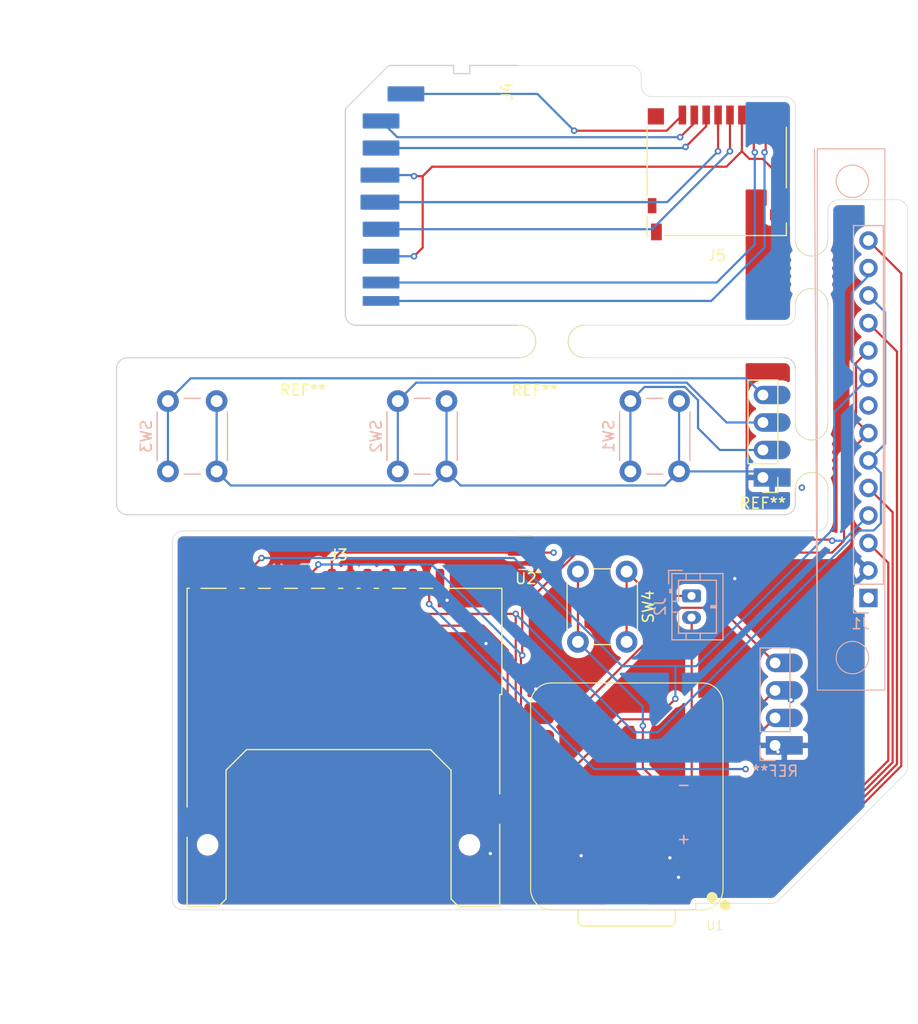
<source format=kicad_pcb>
(kicad_pcb (version 20241229) (generator "pcbnew") (generator_version "9.0")
  (layers (0 "F.Cu" signal) (2 "B.Cu" signal) (13 "F.Paste" user) (15 "B.Paste" user) (5 "F.SilkS" user "F.Silkscreen") (7 "B.SilkS" user "B.Silkscreen") (1 "F.Mask" user) (3 "B.Mask" user) (25 "Edge.Cuts" user))
  (net 0 "")
  (net 1 "Net-(J2-Pin_2)")
  (net 2 "Net-(J2-Pin_1)")
  (net 3 "MOSI")
  (net 4 "+3V3")
  (net 6 "SD CS")
  (net 7 "GND")
  (net 9 "MISO")
  (net 10 "b1")
  (net 11 "b2")
  (net 12 "b3")
  (net 13 "Net-(SW4-B)")
  (net 15 "TOUCH_CS")
  (net 16 "LCD_CS")
  (net 22 "TOUCH_PEN")
  (net 26 "LCD_DS")
  (net 27 "LCD_RES")
  (net 28 "Net-(J1-CLK)")
  (net 31 "Net-(J4-DAT0)")
  (net 32 "Net-(J5-SHIELD)")
  (net 33 "Net-(J4-CMD)")
  (net 34 "Net-(J4-VDD)")
  (net 35 "Net-(J4-CLK)")
  (net 36 "Net-(J4-CD{slash}DAT3)")
  (net 37 "Net-(J4-DAT2)")
  (net 38 "Net-(J4-DAT1)")
  (footprint "Panelization:mouse-bite-3mm-slot" (layer "F.Cu") (at 119.1 82.1 90)
    (property "Reference" "mouse-bite-3mm-slot" (hide yes))
    (property "Value" "VAL**" (hide yes))
    (pad "" np_thru_hole circle (at -1.512 -1.5 90) (size 0.5 0.5) (drill 0.5) (layers "*.Cu" "*.Mask"))
    (pad "" np_thru_hole circle (at -1.512 1.5 90) (size 0.5 0.5) (drill 0.5) (layers "*.Cu" "*.Mask"))
    (pad "" np_thru_hole circle (at -0.762 1.5 90) (size 0.5 0.5) (drill 0.5) (layers "*.Cu" "*.Mask"))
    (pad "" np_thru_hole circle (at -0.75 -1.5 90) (size 0.5 0.5) (drill 0.5) (layers "*.Cu" "*.Mask"))
    (pad "" np_thru_hole circle (at 0 -1.5 90) (size 0.5 0.5) (drill 0.5) (layers "*.Cu" "*.Mask"))
    (pad "" np_thru_hole circle (at 0 1.5 90) (size 0.5 0.5) (drill 0.5) (layers "*.Cu" "*.Mask"))
    (pad "" np_thru_hole circle (at 0.75 -1.5 90) (size 0.5 0.5) (drill 0.5) (layers "*.Cu" "*.Mask"))
    (pad "" np_thru_hole circle (at 0.75 1.5 90) (size 0.5 0.5) (drill 0.5) (layers "*.Cu" "*.Mask"))
    (pad "" np_thru_hole circle (at 1.524 -1.5 90) (size 0.5 0.5) (drill 0.5) (layers "*.Cu" "*.Mask"))
    (pad "" np_thru_hole circle (at 1.524 1.5 90) (size 0.5 0.5) (drill 0.5) (layers "*.Cu" "*.Mask"))
  )
  (footprint "Connector_Card:SD_Card_Device_16mm_SlotDepth" (layer "F.Cu") (at 91.999999 75 90)
    (property "Reference" "J4" (at 9.6 -1.05 90) (layer "F.SilkS"))
    (property "Value" "SD_Card_Device")
    (fp_line (start -11 -16) (end 7.792893 -16) (stroke (width 0.12)) (layer "Edge.Cuts"))
    (fp_line (start 8.146447 -15.853553) (end 11.853554 -12.146446) (stroke (width 0.12)) (layer "Edge.Cuts"))
    (fp_line (start 12 -11.792893) (end 12 -6) (stroke (width 0.12)) (layer "Edge.Cuts"))
    (fp_line (start 12 -6) (end 11.25 -6) (stroke (width 0.12)) (layer "Edge.Cuts"))
    (fp_line (start 11.25 -6) (end 11.25 -4.5) (stroke (width 0.12)) (layer "Edge.Cuts"))
    (fp_line (start 12 -4.5) (end 12 -0.05) (stroke (width 0.12)) (layer "Edge.Cuts"))
    (fp_line (start 11.25 -4.5) (end 12 -4.5) (stroke (width 0.12)) (layer "Edge.Cuts"))
    (fp_line (start -12 -0.05) (end -12 -15) (stroke (width 0.12)) (layer "Edge.Cuts"))
    (fp_arc (start 7.792893 -16) (mid 7.984235 -15.96194) (end 8.146447 -15.853553) (stroke (width 0.12)) (layer "Edge.Cuts"))
    (fp_arc (start -12 -15) (mid -11.707107 -15.707107) (end -11 -16) (stroke (width 0.12)) (layer "Edge.Cuts"))
    (fp_arc (start 11.853554 -12.146446) (mid 11.96194 -11.984234) (end 12 -11.792893) (stroke (width 0.12)) (layer "Edge.Cuts"))
    (pad "1" connect roundrect (at 6.875 -12.7 90) (size 1.4 3.4) (layers "B.Cu" "B.Mask") (roundrect_rratio 0.07142857143) (net 36 "Net-(J4-CD{slash}DAT3)") (clearance 0.05))
    (pad "2" connect roundrect (at 4.375 -12.7 90) (size 1.4 3.4) (layers "B.Cu" "B.Mask") (roundrect_rratio 0.07142857143) (net 33 "Net-(J4-CMD)") (clearance 0.05))
    (pad "3" connect roundrect (at 1.875 -12.8 90) (size 1.4 3.6) (layers "B.Cu" "B.Mask") (roundrect_rratio 0.07142857143) (net 32 "Net-(J5-SHIELD)") (clearance 0.05))
    (pad "4" connect roundrect (at -0.625 -12.8 90) (size 1.4 3.6) (layers "B.Cu" "B.Mask") (roundrect_rratio 0.07142857143) (net 34 "Net-(J4-VDD)") (clearance 0.05))
    (pad "5" connect roundrect (at -3.125 -12.7 90) (size 1.4 3.4) (layers "B.Cu" "B.Mask") (roundrect_rratio 0.07142857143) (net 35 "Net-(J4-CLK)") (clearance 0.05))
    (pad "6" connect roundrect (at -5.625001 -12.7 90) (size 1.4 3.4) (layers "B.Cu" "B.Mask") (roundrect_rratio 0.07142857143) (net 32 "Net-(J5-SHIELD)") (clearance 0.05))
    (pad "7" connect roundrect (at -8.05 -12.700001 90) (size 1.1 3.4) (layers "B.Cu" "B.Mask") (roundrect_rratio 0.07142857143) (net 31 "Net-(J4-DAT0)") (clearance 0.05))
    (pad "8" connect roundrect (at -9.75 -12.7 90) (size 0.9 3.4) (layers "B.Cu" "B.Mask") (roundrect_rratio 0.07142857143) (net 38 "Net-(J4-DAT1)") (clearance 0.05))
    (pad "9" connect roundrect (at 9.375001 -10.4 90) (size 1.4 3.4) (layers "B.Cu" "B.Mask") (roundrect_rratio 0.07142857143) (net 37 "Net-(J4-DAT2)") (clearance 0.05))
  )
  (footprint "Connector_PinHeader_2.54mm:PinHeader_1x04_P2.54mm_Vertical" (layer "F.Cu") (at 114.599999 101.059999 180)
    (property "Reference" "REF**" (at 0 -2.38 0) (layer "F.SilkS"))
    (property "Value" "PinHeader_1x04_P2.54mm_Vertical")
    (pad "1" thru_hole rect (at 0 0 180) (size 3.4 1.7) (drill 1 (offset -0.85 0)) (layers "*.Cu" "*.Mask") (net 7 "GND"))
    (pad "2" thru_hole roundrect (at 0 2.54 180) (size 3.4 1.7) (drill 1 (offset -0.85 0)) (layers "*.Cu" "*.Mask") (roundrect_rratio 0.5) (net 10 "b1"))
    (pad "3" thru_hole roundrect (at 0 5.079999 180) (size 3.4 1.7) (drill 1 (offset -0.85 0)) (layers "*.Cu" "*.Mask") (roundrect_rratio 0.5) (net 11 "b2"))
    (pad "4" thru_hole roundrect (at 0 7.62 180) (size 3.4 1.7) (drill 1 (offset -0.85 0)) (layers "*.Cu" "*.Mask") (roundrect_rratio 0.5) (net 12 "b3"))
  )
  (footprint "Connector_Card:microSD_HC_Hirose_DM3D-SF" (layer "F.Cu") (at 110.33 72.924999 180)
    (property "Reference" "J5" (at -0.025 -7.625 0) (layer "F.SilkS"))
    (property "Value" "Micro_SD_Card")
    (pad "1" smd rect (at 3.175 5.35 180) (size 0.7 1.75) (layers "F.Cu" "F.Mask" "F.Paste") (net 37 "Net-(J4-DAT2)"))
    (pad "2" smd rect (at 2.075 5.35 180) (size 0.7 1.75) (layers "F.Cu" "F.Mask" "F.Paste") (net 36 "Net-(J4-CD{slash}DAT3)"))
    (pad "3" smd rect (at 0.975 5.35 180) (size 0.7 1.75) (layers "F.Cu" "F.Mask" "F.Paste") (net 33 "Net-(J4-CMD)"))
    (pad "4" smd rect (at -0.125 5.35 180) (size 0.7 1.75) (layers "F.Cu" "F.Mask" "F.Paste") (net 34 "Net-(J4-VDD)"))
    (pad "5" smd rect (at -1.225 5.35 180) (size 0.7 1.75) (layers "F.Cu" "F.Mask" "F.Paste") (net 35 "Net-(J4-CLK)"))
    (pad "6" smd rect (at -2.325 5.35 180) (size 0.7 1.75) (layers "F.Cu" "F.Mask" "F.Paste") (net 32 "Net-(J5-SHIELD)"))
    (pad "7" smd rect (at -3.425 5.35 180) (size 0.7 1.75) (layers "F.Cu" "F.Mask" "F.Paste") (net 31 "Net-(J4-DAT0)"))
    (pad "8" smd rect (at -4.525 5.35 180) (size 0.7 1.75) (layers "F.Cu" "F.Mask" "F.Paste") (net 38 "Net-(J4-DAT1)"))
    (pad "9" smd rect (at -5.65 -3.875 180) (size 1.45 1) (layers "F.Cu" "F.Mask" "F.Paste") (net 32 "Net-(J5-SHIELD)"))
    (pad "10" smd rect (at 5.575 -5.45 180) (size 1 1.55) (layers "F.Cu" "F.Mask" "F.Paste"))
    (pad "11" smd rect (at -5.975 -2.375001 180) (size 0.8 1.5) (layers "F.Cu" "F.Mask" "F.Paste"))
    (pad "11" smd rect (at -5.725 5.225 180) (size 1.3 1.5) (layers "F.Cu" "F.Mask" "F.Paste"))
    (pad "11" smd rect (at 5.625001 5.225 180) (size 1.5 1.5) (layers "F.Cu" "F.Mask" "F.Paste"))
    (pad "11" smd rect (at 5.975 -3.025 180) (size 0.8 1.4) (layers "F.Cu" "F.Mask" "F.Paste"))
    (zone (net 0) (net_name "") (layer "F.Cu") (connect_pads (clearance 0)) (min_thickness 0.254)
      (keepout (tracks not_allowed) (vias not_allowed) (pads not_allowed) (copperpour not_allowed) (footprints not_allowed))
      (fill (thermal_gap 0.508) (thermal_bridge_width 0.508))
      (polygon (pts (xy 112.305 76.799999) (xy 109.805 76.799999) (xy 109.805 78.649999) (xy 112.305 78.649999)))
    )
    (zone (net 0) (net_name "") (layer "F.Cu") (connect_pads (clearance 0)) (min_thickness 0.254)
      (keepout (tracks not_allowed) (vias not_allowed) (pads not_allowed) (copperpour not_allowed) (footprints not_allowed))
      (fill (thermal_gap 0.508) (thermal_bridge_width 0.508))
      (polygon (pts (xy 115.255 74.449999) (xy 106.755 74.449999) (xy 106.755 72.449999) (xy 115.255 72.449999)))
    )
  )
  (footprint "Connector_Card:SD_Kyocera_145638009511859+" (layer "F.Cu") (at 75.37 123)
    (property "Reference" "J3" (at 0 -14.78 180) (layer "F.SilkS"))
    (property "Value" "SD_Card_Receptacle")
    (pad "" np_thru_hole circle (at -12.1 12 180) (size 1.5 1.5) (drill 1.5) (layers "*.Cu" "*.Mask"))
    (pad "" np_thru_hole circle (at 12.1 12 180) (size 1.5 1.5) (drill 1.5) (layers "*.Cu" "*.Mask"))
    (pad "1" smd roundrect (at 6.88 -12.5) (size 0.8 2) (layers "F.Cu" "F.Mask" "F.Paste") (roundrect_rratio 0.313) (net 6 "SD CS"))
    (pad "2" smd roundrect (at 4.38 -12.5) (size 0.8 2) (layers "F.Cu" "F.Mask" "F.Paste") (roundrect_rratio 0.313) (net 3 "MOSI"))
    (pad "3" smd roundrect (at 1.08 -12.5) (size 0.8 2) (layers "F.Cu" "F.Mask" "F.Paste") (roundrect_rratio 0.313) (net 7 "GND"))
    (pad "4" smd roundrect (at -0.62 -12.5) (size 0.8 2) (layers "F.Cu" "F.Mask" "F.Paste") (roundrect_rratio 0.313) (net 4 "+3V3"))
    (pad "5" smd roundrect (at -3.12 -12.5) (size 0.8 2) (layers "F.Cu" "F.Mask" "F.Paste") (roundrect_rratio 0.313) (net 28 "Net-(J1-CLK)"))
    (pad "6" smd roundrect (at -5.62 -12.5) (size 0.8 2) (layers "F.Cu" "F.Mask" "F.Paste") (roundrect_rratio 0.313) (net 7 "GND"))
    (pad "7" smd roundrect (at -8.05 -12.5) (size 0.8 2) (layers "F.Cu" "F.Mask" "F.Paste") (roundrect_rratio 0.313) (net 9 "MISO"))
    (pad "8" smd roundrect (at -9.75 -12.5) (size 0.8 2) (layers "F.Cu" "F.Mask" "F.Paste") (roundrect_rratio 0.313))
    (pad "9" smd roundrect (at 9.38 -12.5) (size 0.8 2) (layers "F.Cu" "F.Mask" "F.Paste") (roundrect_rratio 0.313))
    (pad "10" smd roundrect (at 2.68 -12.5) (size 0.8 2) (layers "F.Cu" "F.Mask" "F.Paste") (roundrect_rratio 0.313))
    (pad "11" smd roundrect (at -13.24 -12.5) (size 0.7 2) (layers "F.Cu" "F.Mask" "F.Paste") (roundrect_rratio 0.357))
    (pad "12" smd roundrect (at 14.1 8.7) (size 1.8 2.4) (layers "F.Cu" "F.Mask" "F.Paste") (roundrect_rratio 0.139) (net 7 "GND"))
    (pad "13" smd roundrect (at -13.25 9.9) (size 1.7 2.4) (layers "F.Cu" "F.Mask" "F.Paste") (roundrect_rratio 0.147) (net 7 "GND"))
  )
  (footprint "MountingHole:MountingHole_2.5mm" (layer "F.Cu") (at 93.5 96.5)
    (property "Reference" "REF**" (at 0 -3.5 0) (layer "F.SilkS"))
    (property "Value" "MountingHole_2.5mm")
    (pad "" np_thru_hole circle (at 0 0) (size 2.5 2.5) (drill 2.5) (layers "*.Cu" "*.Mask"))
  )
  (footprint "Button_Switch_THT:SW_PUSH_6mm_H13mm" (layer "F.Cu") (at 102 109.75 -90)
    (property "Reference" "SW4" (at 3.25 -2.000001 90) (layer "F.SilkS"))
    (property "Value" "SW_SPST")
    (pad "1" thru_hole circle (at 0 0) (size 2 2) (drill 1.1) (layers "*.Cu" "*.Mask") (net 2 "Net-(J2-Pin_1)"))
    (pad "1" thru_hole circle (at 6.5 0) (size 2 2) (drill 1.1) (layers "*.Cu" "*.Mask") (net 2 "Net-(J2-Pin_1)"))
    (pad "2" thru_hole circle (at 0 4.500001) (size 2 2) (drill 1.1) (layers "*.Cu" "*.Mask") (net 13 "Net-(SW4-B)"))
    (pad "2" thru_hole circle (at 6.500001 4.5) (size 2 2) (drill 1.1) (layers "*.Cu" "*.Mask") (net 13 "Net-(SW4-B)"))
  )
  (footprint "Panelization:mouse-bite-3mm-slot" (layer "F.Cu") (at 95.1 88.5 180)
    (property "Reference" "mouse-bite-3mm-slot" (hide yes))
    (property "Value" "VAL**" (hide yes))
    (pad "" np_thru_hole circle (at -1.512 -1.5 180) (size 0.5 0.5) (drill 0.5) (layers "*.Cu" "*.Mask"))
    (pad "" np_thru_hole circle (at -1.512 1.5 180) (size 0.5 0.5) (drill 0.5) (layers "*.Cu" "*.Mask"))
    (pad "" np_thru_hole circle (at -0.762 1.5 180) (size 0.5 0.5) (drill 0.5) (layers "*.Cu" "*.Mask"))
    (pad "" np_thru_hole circle (at -0.75 -1.5 180) (size 0.5 0.5) (drill 0.5) (layers "*.Cu" "*.Mask"))
    (pad "" np_thru_hole circle (at 0 -1.5 180) (size 0.5 0.5) (drill 0.5) (layers "*.Cu" "*.Mask"))
    (pad "" np_thru_hole circle (at 0 1.5 180) (size 0.5 0.5) (drill 0.5) (layers "*.Cu" "*.Mask"))
    (pad "" np_thru_hole circle (at 0.75 -1.5 180) (size 0.5 0.5) (drill 0.5) (layers "*.Cu" "*.Mask"))
    (pad "" np_thru_hole circle (at 0.75 1.5 180) (size 0.5 0.5) (drill 0.5) (layers "*.Cu" "*.Mask"))
    (pad "" np_thru_hole circle (at 1.524 -1.5 180) (size 0.5 0.5) (drill 0.5) (layers "*.Cu" "*.Mask"))
    (pad "" np_thru_hole circle (at 1.524 1.5 180) (size 0.5 0.5) (drill 0.5) (layers "*.Cu" "*.Mask"))
  )
  (footprint "Panelization:mouse-bite-3mm-slot" (layer "F.Cu") (at 119.1 99.100999 90)
    (property "Reference" "mouse-bite-3mm-slot" (hide yes))
    (property "Value" "VAL**" (hide yes))
    (pad "" np_thru_hole circle (at -1.512 -1.5 90) (size 0.5 0.5) (drill 0.5) (layers "*.Cu" "*.Mask"))
    (pad "" np_thru_hole circle (at -1.512 1.5 90) (size 0.5 0.5) (drill 0.5) (layers "*.Cu" "*.Mask"))
    (pad "" np_thru_hole circle (at -0.762 1.5 90) (size 0.5 0.5) (drill 0.5) (layers "*.Cu" "*.Mask"))
    (pad "" np_thru_hole circle (at -0.75 -1.5 90) (size 0.5 0.5) (drill 0.5) (layers "*.Cu" "*.Mask"))
    (pad "" np_thru_hole circle (at 0 -1.5 90) (size 0.5 0.5) (drill 0.5) (layers "*.Cu" "*.Mask"))
    (pad "" np_thru_hole circle (at 0 1.5 90) (size 0.5 0.5) (drill 0.5) (layers "*.Cu" "*.Mask"))
    (pad "" np_thru_hole circle (at 0.75 -1.5 90) (size 0.5 0.5) (drill 0.5) (layers "*.Cu" "*.Mask"))
    (pad "" np_thru_hole circle (at 0.75 1.5 90) (size 0.5 0.5) (drill 0.5) (layers "*.Cu" "*.Mask"))
    (pad "" np_thru_hole circle (at 1.524 -1.5 90) (size 0.5 0.5) (drill 0.5) (layers "*.Cu" "*.Mask"))
    (pad "" np_thru_hole circle (at 1.524 1.5 90) (size 0.5 0.5) (drill 0.5) (layers "*.Cu" "*.Mask"))
  )
  (footprint "MountingHole:MountingHole_2.5mm" (layer "F.Cu") (at 72.1 96.5)
    (property "Reference" "REF**" (at 0 -3.5 0) (layer "F.SilkS"))
    (property "Value" "MountingHole_2.5mm")
    (pad "" np_thru_hole circle (at 0 0) (size 2.5 2.5) (drill 2.5) (layers "*.Cu" "*.Mask"))
  )
  (footprint "Package_TO_SOT_SMD:SOT-23" (layer "F.Cu") (at 92.687501 108 180)
    (property "Reference" "U2" (at 0 -2.4 0) (layer "F.SilkS"))
    (property "Value" "LM809")
    (pad "1" smd roundrect (at -0.9375 -0.95 180) (size 1.475 0.6) (layers "F.Cu" "F.Mask" "F.Paste") (net 7 "GND"))
    (pad "2" smd roundrect (at -0.9375 0.95 180) (size 1.475 0.6) (layers "F.Cu" "F.Mask" "F.Paste") (net 27 "LCD_RES"))
    (pad "3" smd roundrect (at 0.937501 0 180) (size 1.475 0.6) (layers "F.Cu" "F.Mask" "F.Paste") (net 4 "+3V3"))
  )
  (footprint "XAIO:XIAO-ESP32S3-SMD" (layer "F.Cu") (at 102.013637 141 180)
    (property "Reference" "U1" (at -9 -1.01 0) (layer "F.SilkS") (effects (font (size 0.78232 0.78232) (thickness 0.10668)) (justify right top)))
    (property "Value" "XIAO-ESP32-S3-SMD")
    (pad "1" smd roundrect (at -8.061364 2.917 180) (size 2.75 2) (layers "F.Cu" "F.Mask" "F.Paste") (net 22 "TOUCH_PEN"))
    (pad "2" smd roundrect (at -8.061364 5.457 180) (size 2.75 2) (layers "F.Cu" "F.Mask" "F.Paste") (net 15 "TOUCH_CS"))
    (pad "3" smd roundrect (at -8.061364 7.997 180) (size 2.75 2) (layers "F.Cu" "F.Mask" "F.Paste") (net 26 "LCD_DS"))
    (pad "4" smd roundrect (at -8.061364 10.537 180) (size 2.75 2) (layers "F.Cu" "F.Mask" "F.Paste") (net 16 "LCD_CS"))
    (pad "5" smd roundrect (at -8.061364 13.077 180) (size 2.75 2) (layers "F.Cu" "F.Mask" "F.Paste") (net 6 "SD CS"))
    (pad "6" smd roundrect (at -8.061364 15.617 180) (size 2.75 2) (layers "F.Cu" "F.Mask" "F.Paste") (net 10 "b1"))
    (pad "7" smd roundrect (at -8.061364 18.157 180) (size 2.75 2) (layers "F.Cu" "F.Mask" "F.Paste") (net 11 "b2"))
    (pad "8" smd roundrect (at 8.103636 18.157 180) (size 2.75 2) (layers "F.Cu" "F.Mask" "F.Paste") (net 12 "b3"))
    (pad "9" smd roundrect (at 8.103636 15.616999 180) (size 2.75 2) (layers "F.Cu" "F.Mask" "F.Paste") (net 28 "Net-(J1-CLK)"))
    (pad "10" smd roundrect (at 8.103636 13.077 180) (size 2.75 2) (layers "F.Cu" "F.Mask" "F.Paste") (net 9 "MISO"))
    (pad "11" smd roundrect (at 8.103636 10.537 180) (size 2.75 2) (layers "F.Cu" "F.Mask" "F.Paste") (net 3 "MOSI"))
    (pad "12" smd roundrect (at 8.103636 7.997 180) (size 2.75 2) (layers "F.Cu" "F.Mask" "F.Paste") (net 4 "+3V3"))
    (pad "13" smd roundrect (at 8.103636 5.457001 180) (size 2.75 2) (layers "F.Cu" "F.Mask" "F.Paste") (net 7 "GND"))
    (pad "14" smd roundrect (at 8.103636 2.917 180) (size 2.75 2) (layers "F.Cu" "F.Mask" "F.Paste"))
    (pad "15" smd roundrect (at -4.451364 10.155) (size 2.5 1.1) (layers "F.Cu" "F.Mask" "F.Paste") (net 13 "Net-(SW4-B)"))
    (pad "16" smd roundrect (at -4.451364 8.25) (size 2.5 1.1) (layers "F.Cu" "F.Mask" "F.Paste") (net 1 "Net-(J2-Pin_2)"))
    (pad "17" smd circle (at -1.276364 1.905 180) (size 1.7 1.7) (layers "F.Cu" "F.Mask" "F.Paste"))
    (pad "18" smd circle (at 1.263636 1.905 180) (size 1.7 1.7) (layers "F.Cu" "F.Mask" "F.Paste"))
    (pad "19" smd circle (at -1.276364 4.445 180) (size 1.7 1.7) (layers "F.Cu" "F.Mask" "F.Paste"))
    (pad "20" smd circle (at 1.263636 4.445 180) (size 1.7 1.7) (layers "F.Cu" "F.Mask" "F.Paste"))
    (pad "21" smd circle (at -1.276364 6.985 180) (size 1.7 1.7) (layers "F.Cu" "F.Mask" "F.Paste"))
    (pad "22" smd circle (at 1.263636 6.985 180) (size 1.7 1.7) (layers "F.Cu" "F.Mask" "F.Paste"))
    (pad "23" smd circle (at -1.276365 9.525 180) (size 1.7 1.7) (layers "F.Cu" "F.Mask" "F.Paste"))
    (pad "24" smd circle (at 1.263637 9.525 180) (size 1.7 1.7) (layers "F.Cu" "F.Mask" "F.Paste"))
  )
  (footprint "Button_Switch_THT:SW_PUSH_6mm" (layer "B.Cu") (at 102.349999 93.999999 -90)
    (property "Reference" "SW1" (at 3.25 2.000001 90) (layer "B.SilkS") (effects (justify mirror)))
    (property "Value" "SW_Push")
    (pad "1" thru_hole circle (at 0 0 180) (size 2 2) (drill 1.1) (layers "*.Cu" "*.Mask") (net 10 "b1"))
    (pad "1" thru_hole circle (at 6.5 0 180) (size 2 2) (drill 1.1) (layers "*.Cu" "*.Mask") (net 10 "b1"))
    (pad "2" thru_hole circle (at 0 -4.500001 180) (size 2 2) (drill 1.1) (layers "*.Cu" "*.Mask") (net 7 "GND"))
    (pad "2" thru_hole circle (at 6.500001 -4.5 180) (size 2 2) (drill 1.1) (layers "*.Cu" "*.Mask") (net 7 "GND"))
  )
  (footprint "Connector_PinHeader_2.54mm:PinHeader_1x04_P2.54mm_Vertical" (layer "B.Cu") (at 115.7225 125.81)
    (property "Reference" "REF**" (at 0 2.38 0) (layer "B.SilkS") (effects (justify mirror)))
    (property "Value" "PinHeader_1x04_P2.54mm_Vertical")
    (pad "1" thru_hole rect (at 0 0) (size 3.4 1.7) (drill 1 (offset 0.85 0)) (layers "*.Cu" "*.Mask") (net 7 "GND"))
    (pad "2" thru_hole roundrect (at 0 -2.54) (size 3.4 1.7) (drill 1 (offset 0.85 0)) (layers "*.Cu" "*.Mask") (roundrect_rratio 0.5) (net 10 "b1"))
    (pad "3" thru_hole roundrect (at 0 -5.079999) (size 3.4 1.7) (drill 1 (offset 0.85 0)) (layers "*.Cu" "*.Mask") (roundrect_rratio 0.5) (net 11 "b2"))
    (pad "4" thru_hole roundrect (at 0 -7.62) (size 3.4 1.7) (drill 1 (offset 0.85 0)) (layers "*.Cu" "*.Mask") (roundrect_rratio 0.5) (net 12 "b3"))
  )
  (footprint "Connector_JST:JST_PH_B2B-PH-K_1x02_P2.00mm_Vertical" (layer "B.Cu") (at 108 112 -90)
    (property "Reference" "J2" (at 1 2.9 90) (layer "B.SilkS") (effects (justify mirror)))
    (property "Value" "Battery_plug")
    (pad "1" thru_hole roundrect (at 0 0 270) (size 1.2 1.75) (drill 0.75) (layers "*.Cu" "*.Mask") (roundrect_rratio 0.208333) (net 2 "Net-(J2-Pin_1)"))
    (pad "2" thru_hole oval (at 2.000001 0 270) (size 1.2 1.75) (drill 0.75) (layers "*.Cu" "*.Mask") (net 1 "Net-(J2-Pin_2)"))
  )
  (footprint "Connector_PinHeader_2.54mm:PinHeader_1x14_P2.54mm_Vertical" (layer "B.Cu") (at 125.125 95.7)
    (property "Reference" "J1" (at -1.5 18.87 180) (layer "B.SilkS") (effects (justify mirror)))
    (property "Value" "ILI9341")
    (pad "1" thru_hole rect (at -0.77 16.49) (size 1.7 1.7) (drill 1) (layers "*.Cu" "*.Mask") (net 4 "+3V3"))
    (pad "2" thru_hole circle (at -0.77 13.95) (size 1.7 1.7) (drill 1) (layers "*.Cu" "*.Mask") (net 7 "GND"))
    (pad "3" thru_hole circle (at -0.77 11.41) (size 1.7 1.7) (drill 1) (layers "*.Cu" "*.Mask") (net 16 "LCD_CS"))
    (pad "4" thru_hole circle (at -0.77 8.87) (size 1.7 1.7) (drill 1) (layers "*.Cu" "*.Mask") (net 27 "LCD_RES"))
    (pad "5" thru_hole circle (at -0.77 6.33) (size 1.7 1.7) (drill 1) (layers "*.Cu" "*.Mask") (net 26 "LCD_DS"))
    (pad "6" thru_hole circle (at -0.77 3.79) (size 1.7 1.7) (drill 1) (layers "*.Cu" "*.Mask") (net 3 "MOSI"))
    (pad "7" thru_hole circle (at -0.77 1.25) (size 1.7 1.7) (drill 1) (layers "*.Cu" "*.Mask") (net 28 "Net-(J1-CLK)"))
    (pad "8" thru_hole circle (at -0.77 -1.29) (size 1.7 1.7) (drill 1) (layers "*.Cu" "*.Mask") (net 4 "+3V3"))
    (pad "9" thru_hole circle (at -0.77 -3.83) (size 1.7 1.7) (drill 1) (layers "*.Cu" "*.Mask") (net 9 "MISO"))
    (pad "10" thru_hole circle (at -0.77 -6.37) (size 1.7 1.7) (drill 1) (layers "*.Cu" "*.Mask") (net 28 "Net-(J1-CLK)"))
    (pad "11" thru_hole circle (at -0.77 -8.91) (size 1.7 1.7) (drill 1) (layers "*.Cu" "*.Mask") (net 15 "TOUCH_CS"))
    (pad "12" thru_hole circle (at -0.77 -11.45) (size 1.7 1.7) (drill 1) (layers "*.Cu" "*.Mask") (net 3 "MOSI"))
    (pad "13" thru_hole circle (at -0.77 -13.99) (size 1.7 1.7) (drill 1) (layers "*.Cu" "*.Mask") (net 9 "MISO"))
    (pad "14" thru_hole circle (at -0.77 -16.53) (size 1.7 1.7) (drill 1) (layers "*.Cu" "*.Mask") (net 22 "TOUCH_PEN"))
  )
  (footprint "Button_Switch_THT:SW_PUSH_6mm" (layer "B.Cu") (at 59.599997 93.999999 -90)
    (property "Reference" "SW3" (at 3.25 2.000001 90) (layer "B.SilkS") (effects (justify mirror)))
    (property "Value" "SW_Push")
    (pad "1" thru_hole circle (at 0 0 180) (size 2 2) (drill 1.1) (layers "*.Cu" "*.Mask") (net 12 "b3"))
    (pad "1" thru_hole circle (at 6.5 0 180) (size 2 2) (drill 1.1) (layers "*.Cu" "*.Mask") (net 12 "b3"))
    (pad "2" thru_hole circle (at 0 -4.500001 180) (size 2 2) (drill 1.1) (layers "*.Cu" "*.Mask") (net 7 "GND"))
    (pad "2" thru_hole circle (at 6.500001 -4.5 180) (size 2 2) (drill 1.1) (layers "*.Cu" "*.Mask") (net 7 "GND"))
  )
  (footprint "Button_Switch_THT:SW_PUSH_6mm" (layer "B.Cu") (at 80.849999 93.999998 -90)
    (property "Reference" "SW2" (at 3.25 2.000001 90) (layer "B.SilkS") (effects (justify mirror)))
    (property "Value" "SW_Push")
    (pad "1" thru_hole circle (at 0 0 180) (size 2 2) (drill 1.1) (layers "*.Cu" "*.Mask") (net 11 "b2"))
    (pad "1" thru_hole circle (at 6.5 0 180) (size 2 2) (drill 1.1) (layers "*.Cu" "*.Mask") (net 11 "b2"))
    (pad "2" thru_hole circle (at 0 -4.500001 180) (size 2 2) (drill 1.1) (layers "*.Cu" "*.Mask") (net 7 "GND"))
    (pad "2" thru_hole circle (at 6.500001 -4.5 180) (size 2 2) (drill 1.1) (layers "*.Cu" "*.Mask") (net 7 "GND"))
  )
  (gr_line (start 91.95 63) (end 102.35 63) (stroke (width 0.05)) (layer "Edge.Cuts"))
  (gr_line (start 126.9929 75.4) (end 121.6 75.407107) (stroke (width 0.05)) (layer "Edge.Cuts"))
  (gr_arc (start 98.1 90) (mid 96.6 88.5) (end 98.1 87) (stroke (width 0.05)) (layer "Edge.Cuts"))
  (gr_arc (start 60 107) (mid 60.292893 106.292893) (end 61 106) (stroke (width 0.05)) (layer "Edge.Cuts"))
  (gr_arc (start 120.6 76.407107) (mid 120.892893 75.7) (end 121.6 75.407107) (stroke (width 0.05)) (layer "Edge.Cuts"))
  (gr_line (start 117.6 90.999999) (end 117.6 96.1) (stroke (width 0.05)) (layer "Edge.Cuts"))
  (gr_line (start 108.4 140.4) (end 115.387556 140.392893) (stroke (width 0.05)) (layer "Edge.Cuts"))
  (gr_line (start 116.599999 104.5) (end 55.849998 104.5) (stroke (width 0.1)) (layer "Edge.Cuts"))
  (gr_line (start 60 107) (end 60 140) (stroke (width 0.05)) (layer "Edge.Cuts"))
  (gr_arc (start 120.6 96.1) (mid 119.1 97.6) (end 117.6 96.1) (stroke (width 0.05)) (layer "Edge.Cuts"))
  (gr_arc (start 117.6 102.1) (mid 119.1 100.6) (end 120.6 102.1) (stroke (width 0.05)) (layer "Edge.Cuts"))
  (gr_line (start 127.992893 127.778679) (end 127.992893 76.403741) (stroke (width 0.05)) (layer "Edge.Cuts"))
  (gr_arc (start 116.085786 140.1) (mid 115.761356 140.316747) (end 115.378679 140.392893) (stroke (width 0.05)) (layer "Edge.Cuts"))
  (gr_arc (start 55.849998 104.5) (mid 55.142893 104.207106) (end 54.849998 103.5) (stroke (width 0.1)) (layer "Edge.Cuts"))
  (gr_line (start 120.6 105) (end 120.6 102.1) (stroke (width 0.05)) (layer "Edge.Cuts"))
  (gr_arc (start 117.6 85.1) (mid 119.1 83.6) (end 120.6 85.1) (stroke (width 0.05)) (layer "Edge.Cuts"))
  (gr_arc (start 54.849999 91.000001) (mid 55.142892 90.292893) (end 55.849999 90.000001) (stroke (width 0.1)) (layer "Edge.Cuts"))
  (gr_line (start 98.1 87) (end 116.6 87) (stroke (width 0.05)) (layer "Edge.Cuts"))
  (gr_line (start 116.6 65.874999) (end 104.35 65.874999) (stroke (width 0.05)) (layer "Edge.Cuts"))
  (gr_line (start 116.6 89.999999) (end 98.1 90) (stroke (width 0.05)) (layer "Edge.Cuts"))
  (gr_line (start 117.6 86) (end 117.6 85.1) (stroke (width 0.05)) (layer "Edge.Cuts"))
  (gr_line (start 120.6 96.1) (end 120.6 85.1) (stroke (width 0.05)) (layer "Edge.Cuts"))
  (gr_line (start 108.4 141) (end 108.4 140.4) (stroke (width 0.05)) (layer "Edge.Cuts"))
  (gr_line (start 120.6 79.1) (end 120.6 76.4071) (stroke (width 0.05)) (layer "Edge.Cuts"))
  (gr_arc (start 120.6 105) (mid 120.307107 105.707107) (end 119.6 106) (stroke (width 0.05)) (layer "Edge.Cuts"))
  (gr_line (start 119.6 106) (end 61 106) (stroke (width 0.05)) (layer "Edge.Cuts"))
  (gr_arc (start 127.992893 127.778679) (mid 127.916771 128.16136) (end 127.7 128.485786) (stroke (width 0.05)) (layer "Edge.Cuts"))
  (gr_line (start 117.6 102.1) (end 117.599999 103.5) (stroke (width 0.1)) (layer "Edge.Cuts"))
  (gr_arc (start 61 141) (mid 60.292893 140.707107) (end 60 140) (stroke (width 0.05)) (layer "Edge.Cuts"))
  (gr_line (start 61 141) (end 108.4 141) (stroke (width 0.05)) (layer "Edge.Cuts"))
  (gr_arc (start 104.35 65.874999) (mid 103.642894 65.582106) (end 103.35 64.874999) (stroke (width 0.05)) (layer "Edge.Cuts"))
  (gr_arc (start 120.6 79.1) (mid 119.1 80.6) (end 117.6 79.1) (stroke (width 0.05)) (layer "Edge.Cuts"))
  (gr_arc (start 116.6 65.874999) (mid 117.307107 66.167892) (end 117.6 66.874999) (stroke (width 0.05)) (layer "Edge.Cuts"))
  (gr_line (start 55.85 90.000834) (end 92.1 90.000833) (stroke (width 0.1)) (layer "Edge.Cuts"))
  (gr_line (start 116.085786 140.1) (end 127.7 128.485786) (stroke (width 0.05)) (layer "Edge.Cuts"))
  (gr_arc (start 102.35 63) (mid 103.057107 63.292893) (end 103.35 64) (stroke (width 0.05)) (layer "Edge.Cuts"))
  (gr_arc (start 117.6 86) (mid 117.307107 86.707107) (end 116.6 87) (stroke (width 0.05)) (layer "Edge.Cuts"))
  (gr_line (start 117.6 66.875) (end 117.6 79.1) (stroke (width 0.05)) (layer "Edge.Cuts"))
  (gr_arc (start 92.1 86.999167) (mid 93.600833 88.5) (end 92.1 90.000833) (stroke (width 0.05)) (layer "Edge.Cuts"))
  (gr_arc (start 117.599999 103.5) (mid 117.307106 104.207106) (end 116.599999 104.5) (stroke (width 0.1)) (layer "Edge.Cuts"))
  (gr_line (start 103.35 64.874999) (end 103.35 64) (stroke (width 0.05)) (layer "Edge.Cuts"))
  (gr_line (start 54.849998 103.5) (end 54.849999 91.000001) (stroke (width 0.1)) (layer "Edge.Cuts"))
  (gr_arc (start 116.6 89.999999) (mid 117.307107 90.292892) (end 117.6 90.999999) (stroke (width 0.1)) (layer "Edge.Cuts"))
  (gr_arc (start 126.992893 75.4) (mid 127.7 75.692893) (end 127.992893 76.4) (stroke (width 0.05)) (layer "Edge.Cuts"))
  (gr_line (start 91.949999 87) (end 92.1 87) (stroke (width 0.05)) (layer "Edge.Cuts"))
  (gr_text "+" (at 108 134 180) (layer "B.SilkS") (effects (font (size 1 1)) (justify left bottom)))
  (gr_text "-\n" (at 108 129 180) (layer "B.SilkS") (effects (font (size 1 1)) (justify left bottom)))
  (segment (start 106.465001 132.75) (end 107.715001 132.75) (width 0.2) (layer "F.Cu") (net 1))
  (segment (start 108.016001 132.449) (end 108.016001 114.016002) (width 0.2) (layer "F.Cu") (net 1))
  (segment (start 107.715001 132.75) (end 108.016001 132.449) (width 0.2) (layer "F.Cu") (net 1))
  (segment (start 108.016001 114.016002) (end 108 114.000001) (width 0.2) (layer "F.Cu") (net 1))
  (segment (start 102 109.75) (end 102 116.25) (width 0.2) (layer "F.Cu") (net 2))
  (segment (start 104.25 112) (end 108 112) (width 0.2) (layer "F.Cu") (net 2))
  (segment (start 102 109.75) (end 104.25 112) (width 0.2) (layer "F.Cu") (net 2))
  (segment (start 82.910107 113.660107) (end 79.75 110.5) (width 0.2) (layer "F.Cu") (net 3))
  (segment (start 92.713 130.463) (end 93.910001 130.463) (width 0.2) (layer "F.Cu") (net 3))
  (segment (start 91.75 113.660107) (end 91.75 129.5) (width 0.2) (layer "F.Cu") (net 3))
  (segment (start 91.75 113.660107) (end 82.910107 113.660107) (width 0.2) (layer "F.Cu") (net 3))
  (segment (start 91.75 129.5) (end 92.713 130.463) (width 0.2) (layer "F.Cu") (net 3))
  (via (at 91.75 113.660107) (size 0.6) (drill 0.3) (layers "F.Cu" "B.Cu") (net 3))
  (segment (start 125.506 105.28476) (end 124.83176 105.959) (width 0.2) (layer "B.Cu") (net 3))
  (segment (start 125.506 100.641) (end 125.506 105.28476) (width 0.2) (layer "B.Cu") (net 3))
  (segment (start 104.8911 124.601) (end 102.690893 124.601) (width 0.2) (layer "B.Cu") (net 3))
  (segment (start 124.83176 105.959) (end 123.5331 105.959) (width 0.2) (layer "B.Cu") (net 3))
  (segment (start 125.9 97.945) (end 124.355 99.49) (width 0.2) (layer "B.Cu") (net 3))
  (segment (start 102.690893 124.601) (end 91.75 113.660107) (width 0.2) (layer "B.Cu") (net 3))
  (segment (start 124.355 99.49) (end 125.506 100.641) (width 0.2) (layer "B.Cu") (net 3))
  (segment (start 123.5331 105.959) (end 104.8911 124.601) (width 0.2) (layer "B.Cu") (net 3))
  (segment (start 124.355 84.25) (end 125.9 85.795) (width 0.2) (layer "B.Cu") (net 3))
  (segment (start 125.9 85.795) (end 125.9 97.945) (width 0.2) (layer "B.Cu") (net 3))
  (segment (start 93.910001 133.003) (end 91 130.092999) (width 0.2) (layer "F.Cu") (net 4))
  (segment (start 88.75 114.75) (end 79 114.75) (width 0.2) (layer "F.Cu") (net 4))
  (segment (start 79 114.75) (end 74.75 110.5) (width 0.2) (layer "F.Cu") (net 4))
  (segment (start 74.75 108.75) (end 75.5 108) (width 0.2) (layer "F.Cu") (net 4))
  (segment (start 91 117) (end 88.75 114.75) (width 0.2) (layer "F.Cu") (net 4))
  (segment (start 91 130.092999) (end 91 117) (width 0.2) (layer "F.Cu") (net 4))
  (segment (start 74.75 110.5) (end 74.75 108.75) (width 0.2) (layer "F.Cu") (net 4))
  (segment (start 91.75 108) (end 75.5 108) (width 0.2) (layer "F.Cu") (net 4))
  (segment (start 95.25 108) (end 91.75 108) (width 0.2) (layer "F.Cu") (net 4))
  (via (at 95.25 108) (size 0.6) (drill 0.3) (layers "F.Cu" "B.Cu") (net 4))
  (segment (start 113 128) (end 110.152001 128) (width 0.2) (layer "F.Cu") (net 6))
  (segment (start 83.75 112.75) (end 83.75 112) (width 0.2) (layer "F.Cu") (net 6))
  (segment (start 110.152001 128) (end 110.075001 127.923) (width 0.2) (layer "F.Cu") (net 6))
  (segment (start 83.75 112) (end 82.25 110.5) (width 0.2) (layer "F.Cu") (net 6))
  (via (at 83.75 112.75) (size 0.6) (drill 0.3) (layers "F.Cu" "B.Cu") (net 6))
  (via (at 113 128) (size 0.6) (drill 0.3) (layers "F.Cu" "B.Cu") (net 6))
  (segment (start 113 128) (end 99 128) (width 0.2) (layer "B.Cu") (net 6))
  (segment (start 99 128) (end 83.75 112.75) (width 0.2) (layer "B.Cu") (net 6))
  (segment (start 89.657001 135.542999) (end 89.4 135.8) (width 0.2) (layer "F.Cu") (net 7))
  (segment (start 93.910001 135.542999) (end 89.657001 135.542999) (width 0.2) (layer "F.Cu") (net 7))
  (segment (start 97.342999 135.542999) (end 97.8 136) (width 0.2) (layer "F.Cu") (net 7))
  (segment (start 93.910001 135.542999) (end 97.342999 135.542999) (width 0.2) (layer "F.Cu") (net 7))
  (via (at 93.6 120.6) (size 0.6) (drill 0.3) (layers "F.Cu" "B.Cu") (net 7))
  (via (at 106.8 138) (size 0.6) (drill 0.3) (layers "F.Cu" "B.Cu") (net 7))
  (via (at 85.4 112.4) (size 0.6) (drill 0.3) (layers "F.Cu" "B.Cu") (net 7))
  (via (at 118.2 102) (size 0.6) (drill 0.3) (layers "F.Cu" "B.Cu") (net 7))
  (via (at 112 110.4) (size 0.6) (drill 0.3) (layers "F.Cu" "B.Cu") (net 7))
  (via (at 97.8 136) (size 0.6) (drill 0.3) (layers "F.Cu" "B.Cu") (net 7))
  (via (at 106 136.2) (size 0.6) (drill 0.3) (layers "F.Cu" "B.Cu") (net 7))
  (via (at 89 116.4) (size 0.6) (drill 0.3) (layers "F.Cu" "B.Cu") (net 7))
  (via (at 116 126.4) (size 0.6) (drill 0.3) (layers "F.Cu" "B.Cu") (net 7))
  (via (at 117.2 121.6) (size 0.6) (drill 0.3) (layers "F.Cu" "B.Cu") (net 7))
  (via (at 89.4 135.8) (size 0.6) (drill 0.3) (layers "F.Cu" "B.Cu") (net 7))
  (segment (start 114.599999 101.059999) (end 114.04 100.5) (width 0.2) (layer "B.Cu") (net 7))
  (segment (start 106.849999 100.5) (end 105.548999 101.800999) (width 0.2) (layer "B.Cu") (net 7))
  (segment (start 65.400997 101.801) (end 84.049 101.800999) (width 0.2) (layer "B.Cu") (net 7))
  (segment (start 64.099998 100.5) (end 65.400997 101.801) (width 0.2) (layer "B.Cu") (net 7))
  (segment (start 114.04 100.5) (end 106.849999 100.5) (width 0.2) (layer "B.Cu") (net 7))
  (segment (start 86.650998 101.800999) (end 85.349998 100.5) (width 0.2) (layer "B.Cu") (net 7))
  (segment (start 105.548999 101.800999) (end 86.650998 101.800999) (width 0.2) (layer "B.Cu") (net 7))
  (segment (start 85.349998 100.5) (end 85.349999 93.999999) (width 0.2) (layer "B.Cu") (net 7))
  (segment (start 84.049 101.800999) (end 85.349998 100.5) (width 0.2) (layer "B.Cu") (net 7))
  (segment (start 64.099998 100.5) (end 64.099999 93.999999) (width 0.2) (layer "B.Cu") (net 7))
  (segment (start 106.849999 100.5) (end 106.85 93.999998) (width 0.2) (layer "B.Cu") (net 7))
  (segment (start 97.077 127.923) (end 93.910001 127.923) (width 0.2) (layer "F.Cu") (net 9))
  (segment (start 67.32 109.43) (end 67.32 110.5) (width 0.2) (layer "F.Cu") (net 9))
  (segment (start 104.619265 123.399265) (end 101.600735 123.399265) (width 0.2) (layer "F.Cu") (net 9))
  (segment (start 68.25 108.5) (end 67.32 109.43) (width 0.2) (layer "F.Cu") (net 9))
  (segment (start 106.509265 121.509265) (end 104.619265 123.399265) (width 0.2) (layer "F.Cu") (net 9))
  (segment (start 101.600735 123.399265) (end 97.077 127.923) (width 0.2) (layer "F.Cu") (net 9))
  (via (at 106.509265 121.509265) (size 0.6) (drill 0.3) (layers "F.Cu" "B.Cu") (net 9))
  (via (at 68.25 108.5) (size 0.6) (drill 0.3) (layers "F.Cu" "B.Cu") (net 9))
  (segment (start 121.2 105.71148) (end 108.420745 118.490735) (width 0.2) (layer "B.Cu") (net 9))
  (segment (start 122.8 90.315) (end 122.8 84) (width 0.2) (layer "B.Cu") (net 9))
  (segment (start 101.580626 118.490735) (end 106.509265 118.490735) (width 0.2) (layer "B.Cu") (net 9))
  (segment (start 121.2 95.025) (end 121.2 105.71148) (width 0.2) (layer "B.Cu") (net 9))
  (segment (start 108.420745 118.490735) (end 106.509265 118.490735) (width 0.2) (layer "B.Cu") (net 9))
  (segment (start 124.355 82.445) (end 124.355 81.71) (width 0.2) (layer "B.Cu") (net 9))
  (segment (start 106.509265 121.509265) (end 106.509265 118.490735) (width 0.2) (layer "B.Cu") (net 9))
  (segment (start 122.8 84) (end 124.355 82.445) (width 0.2) (layer "B.Cu") (net 9))
  (segment (start 124.355 91.87) (end 122.8 90.315) (width 0.2) (layer "B.Cu") (net 9))
  (segment (start 91.589891 108.5) (end 101.580626 118.490735) (width 0.2) (layer "B.Cu") (net 9))
  (segment (start 124.355 91.87) (end 121.2 95.025) (width 0.2) (layer "B.Cu") (net 9))
  (segment (start 68.25 108.5) (end 91.589891 108.5) (width 0.2) (layer "B.Cu") (net 9))
  (segment (start 110.075001 125.383) (end 113.6095 125.383) (width 0.2) (layer "F.Cu") (net 10))
  (segment (start 113.6095 125.383) (end 115.7225 123.27) (width 0.2) (layer "F.Cu") (net 10))
  (segment (start 114.599999 98.519999) (end 110.619999 98.519999) (width 0.2) (layer "B.Cu") (net 10))
  (segment (start 108.599998 93.910106) (end 107.388892 92.699) (width 0.2) (layer "B.Cu") (net 10))
  (segment (start 108.599998 96.499999) (end 108.599998 93.910106) (width 0.2) (layer "B.Cu") (net 10))
  (segment (start 102.349999 100.499999) (end 102.349999 93.999999) (width 0.2) (layer "B.Cu") (net 10))
  (segment (start 110.619999 98.519999) (end 108.599998 96.499999) (width 0.2) (layer "B.Cu") (net 10))
  (segment (start 107.388892 92.699) (end 103.650998 92.699) (width 0.2) (layer "B.Cu") (net 10))
  (segment (start 103.650998 92.699) (end 102.349999 93.999999) (width 0.2) (layer "B.Cu") (net 10))
  (segment (start 111.061364 122.843) (end 111.061364 121.688636) (width 0.2) (layer "F.Cu") (net 11))
  (segment (start 113.609501 122.843) (end 115.7225 120.730001) (width 0.2) (layer "F.Cu") (net 11))
  (segment (start 110.075001 122.843) (end 113.609501 122.843) (width 0.2) (layer "F.Cu") (net 11))
  (segment (start 80.849999 100.5) (end 80.849999 93.999998) (width 0.2) (layer "B.Cu") (net 11))
  (segment (start 82.551999 92.297999) (end 80.849999 93.999998) (width 0.2) (layer "B.Cu") (net 11))
  (segment (start 111.236992 95.979999) (end 107.554993 92.297998) (width 0.2) (layer "B.Cu") (net 11))
  (segment (start 107.554993 92.297998) (end 82.551999 92.297999) (width 0.2) (layer "B.Cu") (net 11))
  (segment (start 114.599999 95.979999) (end 111.236992 95.979999) (width 0.2) (layer "B.Cu") (net 11))
  (segment (start 97.257 122.843) (end 107.000999 113.099001) (width 0.2) (layer "F.Cu") (net 12))
  (segment (start 107.000999 113.099001) (end 110.631501 113.099001) (width 0.2) (layer "F.Cu") (net 12))
  (segment (start 110.631501 113.099001) (end 115.7225 118.19) (width 0.2) (layer "F.Cu") (net 12))
  (segment (start 93.910001 122.843) (end 97.257 122.843) (width 0.2) (layer "F.Cu") (net 12))
  (segment (start 61.702999 91.896999) (end 59.599997 93.999999) (width 0.2) (layer "B.Cu") (net 12))
  (segment (start 59.599997 93.999999) (end 59.599999 100.499999) (width 0.2) (layer "B.Cu") (net 12))
  (segment (start 113.056998 91.897) (end 61.702999 91.896999) (width 0.2) (layer "B.Cu") (net 12))
  (segment (start 114.599999 93.44) (end 113.056998 91.897) (width 0.2) (layer "B.Cu") (net 12))
  (segment (start 97.499999 109.75) (end 97.5 116.250001) (width 0.2) (layer "F.Cu") (net 13))
  (segment (start 106.465001 130.845) (end 103.5 127.879999) (width 0.2) (layer "F.Cu") (net 13))
  (segment (start 103.5 127.879999) (end 103.5 124) (width 0.2) (layer "F.Cu") (net 13))
  (via (at 103.5 124) (size 0.6) (drill 0.3) (layers "F.Cu" "B.Cu") (net 13))
  (segment (start 103.5 122.250001) (end 97.5 116.250001) (width 0.2) (layer "B.Cu") (net 13))
  (segment (start 103.5 124) (end 103.5 122.250001) (width 0.2) (layer "B.Cu") (net 13))
  (segment (start 124.355 86.79) (end 126.990893 89.425893) (width 0.2) (layer "F.Cu") (net 15))
  (segment (start 118.9899 135.543) (end 110.075001 135.543) (width 0.2) (layer "F.Cu") (net 15))
  (segment (start 126.990893 89.425893) (end 126.990893 127.542007) (width 0.2) (layer "F.Cu") (net 15))
  (segment (start 126.990893 127.542007) (end 118.9899 135.543) (width 0.2) (layer "F.Cu") (net 15))
  (segment (start 110.075001 130.463) (end 122.9357 130.463) (width 0.2) (layer "F.Cu") (net 16))
  (segment (start 122.9357 130.463) (end 126.188893 127.209807) (width 0.2) (layer "F.Cu") (net 16))
  (segment (start 126.188893 127.209807) (end 126.188893 108.943893) (width 0.2) (layer "F.Cu") (net 16))
  (segment (start 126.188893 108.943893) (end 124.355 107.11) (width 0.2) (layer "F.Cu") (net 16))
  (segment (start 127.391893 127.708107) (end 117.017 138.083) (width 0.2) (layer "F.Cu") (net 22))
  (segment (start 127.391893 82.206893) (end 127.391893 127.708107) (width 0.2) (layer "F.Cu") (net 22))
  (segment (start 117.017 138.083) (end 110.075001 138.083) (width 0.2) (layer "F.Cu") (net 22))
  (segment (start 124.355 79.17) (end 127.391893 82.206893) (width 0.2) (layer "F.Cu") (net 22))
  (segment (start 126.589893 127.375907) (end 120.9628 133.003) (width 0.2) (layer "F.Cu") (net 26))
  (segment (start 120.9628 133.003) (end 110.075001 133.003) (width 0.2) (layer "F.Cu") (net 26))
  (segment (start 124.355 102.03) (end 126.589893 104.264893) (width 0.2) (layer "F.Cu") (net 26))
  (segment (start 126.589893 104.264893) (end 126.589893 127.375907) (width 0.2) (layer "F.Cu") (net 26))
  (segment (start 121 106.9) (end 120.9 106.8) (width 0.2) (layer "F.Cu") (net 27))
  (segment (start 120.9 106.8) (end 93.875001 106.8) (width 0.2) (layer "F.Cu") (net 27))
  (segment (start 93.875001 106.8) (end 93.625001 107.05) (width 0.2) (layer "F.Cu") (net 27))
  (via (at 121 106.9) (size 0.6) (drill 0.3) (layers "F.Cu" "B.Cu") (net 27))
  (segment (start 122.025 106.9) (end 124.355 104.57) (width 0.2) (layer "B.Cu") (net 27))
  (segment (start 121 106.9) (end 122.025 106.9) (width 0.2) (layer "B.Cu") (net 27))
  (segment (start 121 108) (end 97.410107 108) (width 0.2) (layer "F.Cu") (net 28))
  (segment (start 123.204 90.481) (end 123.204 95.799) (width 0.2) (layer "F.Cu") (net 28))
  (segment (start 92.234001 117.615999) (end 92.35 117.5) (width 0.2) (layer "F.Cu") (net 28))
  (segment (start 124.355 96.95) (end 122.1 99.205) (width 0.2) (layer "F.Cu") (net 28))
  (segment (start 92.35 113.060107) (end 92.35 117.5) (width 0.2) (layer "F.Cu") (net 28))
  (segment (start 93.910001 125.383001) (end 92.234001 123.707001) (width 0.2) (layer "F.Cu") (net 28))
  (segment (start 123.204 95.799) (end 124.355 96.95) (width 0.2) (layer "F.Cu") (net 28))
  (segment (start 122.1 99.205) (end 122.1 106.9) (width 0.2) (layer "F.Cu") (net 28))
  (segment (start 124.355 89.33) (end 123.204 90.481) (width 0.2) (layer "F.Cu") (net 28))
  (segment (start 122.1 106.9) (end 121 108) (width 0.2) (layer "F.Cu") (net 28))
  (segment (start 73.5 109.25) (end 72.25 110.5) (width 0.2) (layer "F.Cu") (net 28))
  (segment (start 97.410107 108) (end 92.35 113.060107) (width 0.2) (layer "F.Cu") (net 28))
  (segment (start 73.5 109.1) (end 73.5 109.25) (width 0.2) (layer "F.Cu") (net 28))
  (segment (start 92.234001 123.707001) (end 92.234001 117.615999) (width 0.2) (layer "F.Cu") (net 28))
  (via (at 92.35 117.5) (size 0.6) (drill 0.3) (layers "F.Cu" "B.Cu") (net 28))
  (via (at 73.5 109.1) (size 0.6) (drill 0.3) (layers "F.Cu" "B.Cu") (net 28))
  (segment (start 92.35 117.5) (end 83.95 109.1) (width 0.2) (layer "B.Cu") (net 28))
  (segment (start 83.95 109.1) (end 73.5 109.1) (width 0.2) (layer "B.Cu") (net 28))
  (segment (start 113.849999 71.024999) (end 113.754999 70.929999) (width 0.2) (layer "F.Cu") (net 31))
  (segment (start 113.754999 70.929999) (end 113.755 67.574999) (width 0.2) (layer "F.Cu") (net 31))
  (via (at 113.849999 71.024999) (size 0.6) (drill 0.3) (layers "F.Cu" "B.Cu") (net 31))
  (segment (start 113.749999 79.624999) (end 113.85 79.524999) (width 0.2) (layer "B.Cu") (net 31))
  (segment (start 79.299999 83.05) (end 110.324999 83.05) (width 0.2) (layer "B.Cu") (net 31))
  (segment (start 113.85 79.524999) (end 113.849999 71.024999) (width 0.2) (layer "B.Cu") (net 31))
  (segment (start 110.324999 83.05) (end 113.749999 79.624999) (width 0.2) (layer "B.Cu") (net 31))
  (segment (start 112.654999 67.574999) (end 112.655 70.919999) (width 0.2) (layer "F.Cu") (net 32))
  (segment (start 84.025999 72.348999) (end 83.149999 73.224999) (width 0.2) (layer "F.Cu") (net 32))
  (segment (start 113.351 71.625999) (end 112.65 70.924999) (width 0.2) (layer "F.Cu") (net 32))
  (segment (start 115.98 76.8) (end 115.55 76.369999) (width 0.2) (layer "F.Cu") (net 32))
  (segment (start 83.149999 73.224999) (end 83.15 79.824999) (width 0.2) (layer "F.Cu") (net 32))
  (segment (start 115.55 76.369999) (end 115.55 72.602163) (width 0.2) (layer "F.Cu") (net 32))
  (segment (start 112.655 70.919999) (end 112.65 70.924999) (width 0.2) (layer "F.Cu") (net 32))
  (segment (start 82.95 80.024999) (end 82.35 80.624999) (width 0.2) (layer "F.Cu") (net 32))
  (segment (start 111.226 72.348999) (end 84.025999 72.348999) (width 0.2) (layer "F.Cu") (net 32))
  (segment (start 83.15 79.824999) (end 82.95 80.024999) (width 0.2) (layer "F.Cu") (net 32))
  (segment (start 112.65 70.924999) (end 111.226 72.348999) (width 0.2) (layer "F.Cu") (net 32))
  (segment (start 115.55 72.602163) (end 114.573836 71.625999) (width 0.2) (layer "F.Cu") (net 32))
  (segment (start 83.149999 73.224999) (end 82.35 73.224999) (width 0.2) (layer "F.Cu") (net 32))
  (segment (start 114.573836 71.625999) (end 113.351 71.625999) (width 0.2) (layer "F.Cu") (net 32))
  (via (at 82.35 80.624999) (size 0.6) (drill 0.3) (layers "F.Cu" "B.Cu") (net 32))
  (via (at 82.35 73.224999) (size 0.6) (drill 0.3) (layers "F.Cu" "B.Cu") (net 32))
  (segment (start 79.2 73.124999) (end 82.250001 73.125) (width 0.2) (layer "B.Cu") (net 32))
  (segment (start 82.250001 73.125) (end 82.35 73.224999) (width 0.2) (layer "B.Cu") (net 32))
  (segment (start 82.35 80.624999) (end 82.349998 80.625001) (width 0.2) (layer "B.Cu") (net 32))
  (segment (start 82.349998 80.625001) (end 79.3 80.625001) (width 0.2) (layer "B.Cu") (net 32))
  (segment (start 109.355 67.574999) (end 109.355 68.62) (width 0.2) (layer "F.Cu") (net 33))
  (segment (start 109.355 68.62) (end 107.45 70.525) (width 0.2) (layer "F.Cu") (net 33))
  (via (at 107.45 70.525) (size 0.6) (drill 0.3) (layers "F.Cu" "B.Cu") (net 33))
  (segment (start 79.3 70.625) (end 107.349999 70.625) (width 0.2) (layer "B.Cu") (net 33))
  (segment (start 107.349999 70.625) (end 107.45 70.525) (width 0.2) (layer "B.Cu") (net 33))
  (segment (start 110.455 68.919999) (end 110.455 67.575) (width 0.2) (layer "F.Cu") (net 34))
  (segment (start 110.455 70.919999) (end 110.45 70.924999) (width 0.2) (layer "F.Cu") (net 34))
  (segment (start 110.455 67.575) (end 110.455 70.919999) (width 0.2) (layer "F.Cu") (net 34))
  (via (at 110.45 70.924999) (size 0.6) (drill 0.3) (layers "F.Cu" "B.Cu") (net 34))
  (segment (start 105.749999 75.625) (end 79.2 75.625) (width 0.2) (layer "B.Cu") (net 34))
  (segment (start 110.45 70.924999) (end 105.749999 75.625) (width 0.2) (layer "B.Cu") (net 34))
  (segment (start 103.749998 75.625) (end 79.2 75.625) (width 0.2) (layer "B.Cu") (net 34))
  (segment (start 111.555 67.574999) (end 111.555 70.919999) (width 0.2) (layer "F.Cu") (net 35))
  (segment (start 111.555 70.919999) (end 111.55 70.924999) (width 0.2) (layer "F.Cu") (net 35))
  (via (at 111.55 70.924999) (size 0.6) (drill 0.3) (layers "F.Cu" "B.Cu") (net 35))
  (segment (start 111.55 70.924999) (end 104.349998 78.125) (width 0.2) (layer "B.Cu") (net 35))
  (segment (start 104.349998 78.125) (end 79.3 78.125) (width 0.2) (layer "B.Cu") (net 35))
  (segment (start 106.95 69.624999) (end 108.255 68.319999) (width 0.2) (layer "F.Cu") (net 36))
  (segment (start 108.255 68.319999) (end 108.255 67.575) (width 0.2) (layer "F.Cu") (net 36))
  (via (at 106.95 69.624999) (size 0.6) (drill 0.3) (layers "F.Cu" "B.Cu") (net 36))
  (segment (start 80.799999 69.624999) (end 106.95 69.624999) (width 0.2) (layer "B.Cu") (net 36))
  (segment (start 79.3 68.125) (end 80.799999 69.624999) (width 0.2) (layer "B.Cu") (net 36))
  (segment (start 105.705 69.024999) (end 97.15 69.024999) (width 0.2) (layer "F.Cu") (net 37))
  (segment (start 107.155 67.574999) (end 105.705 69.024999) (width 0.2) (layer "F.Cu") (net 37))
  (via (at 97.15 69.024999) (size 0.6) (drill 0.3) (layers "F.Cu" "B.Cu") (net 37))
  (segment (start 93.75 65.624999) (end 81.599999 65.624999) (width 0.2) (layer "B.Cu") (net 37))
  (segment (start 97.15 69.024999) (end 93.75 65.624999) (width 0.2) (layer "B.Cu") (net 37))
  (segment (start 114.855 70.919999) (end 114.854999 67.574999) (width 0.2) (layer "F.Cu") (net 38))
  (segment (start 114.75 71.024999) (end 114.855 70.919999) (width 0.2) (layer "F.Cu") (net 38))
  (via (at 114.75 71.024999) (size 0.6) (drill 0.3) (layers "F.Cu" "B.Cu") (net 38))
  (segment (start 114.75 79.824999) (end 114.75 71.024999) (width 0.2) (layer "B.Cu") (net 38))
  (segment (start 109.824999 84.75) (end 114.75 79.824999) (width 0.2) (layer "B.Cu") (net 38))
  (segment (start 79.3 84.75) (end 109.824999 84.75) (width 0.2) (layer "B.Cu") (net 38))
  (zone (net 7) (net_name "GND") (layers "F.Cu" "B.Cu") (connect_pads (clearance 0.5)) (min_thickness 0.25) (fill yes (thermal_gap 0.5) (thermal_bridge_width 0.5) (island_removal_mode 2) (island_area_min 10))
    (polygon (pts (xy 124 141) (xy 124 60) (xy 113 60) (xy 113 106) (xy 60 106) (xy 60 141)))
  )
)
</source>
